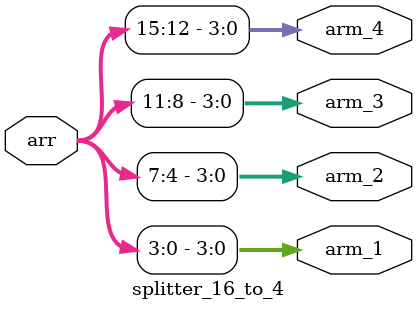
<source format=sv>
module splitter_16_to_4 (
	input logic [15:0] arr,
	
	output logic [3:0] arm_1,
	output logic [3:0] arm_2,
	output logic [3:0] arm_3,
	output logic [3:0] arm_4
);

always_comb
begin
		arm_1 = arr[3:0];
		arm_2 = arr[7:4];
		arm_3 = arr[11:8];
		arm_4 = arr[15:12];
end
endmodule

	
	
</source>
